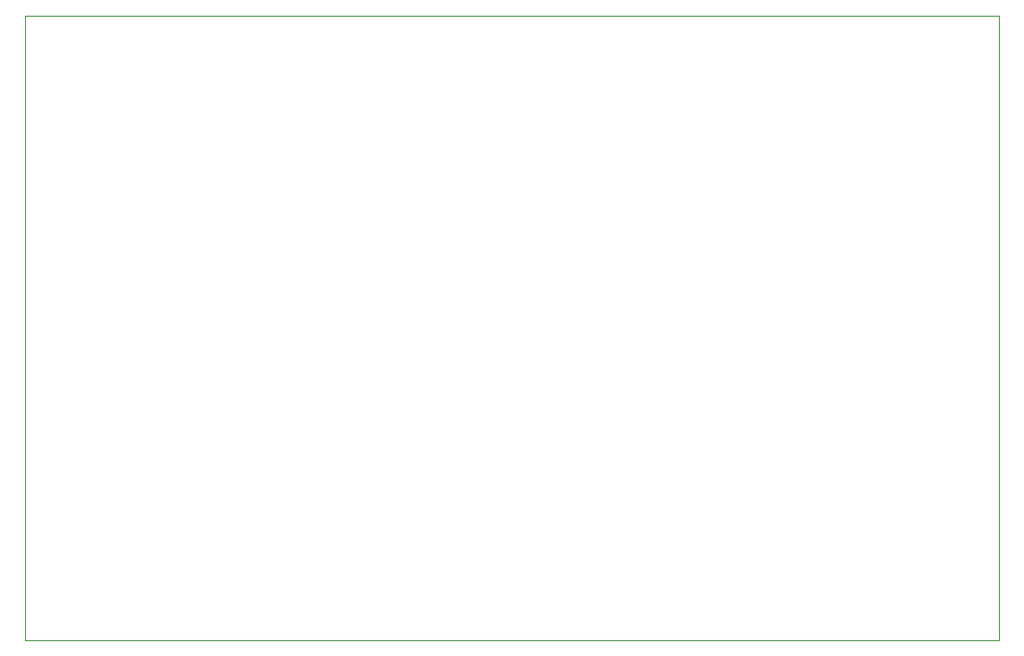
<source format=gko>
G04 #@! TF.FileFunction,Profile,NP*
%FSLAX46Y46*%
G04 Gerber Fmt 4.6, Leading zero omitted, Abs format (unit mm)*
G04 Created by KiCad (PCBNEW (2014-jul-16 BZR unknown)-product) date Sun 25 Jan 2015 04:19:58 PM EST*
%MOMM*%
G01*
G04 APERTURE LIST*
%ADD10C,0.100000*%
G04 APERTURE END LIST*
D10*
X60000000Y-108500000D02*
X60000000Y-51500000D01*
X149000000Y-108500000D02*
X60000000Y-108500000D01*
X149000000Y-51500000D02*
X149000000Y-108500000D01*
X60000000Y-51500000D02*
X149000000Y-51500000D01*
M02*

</source>
